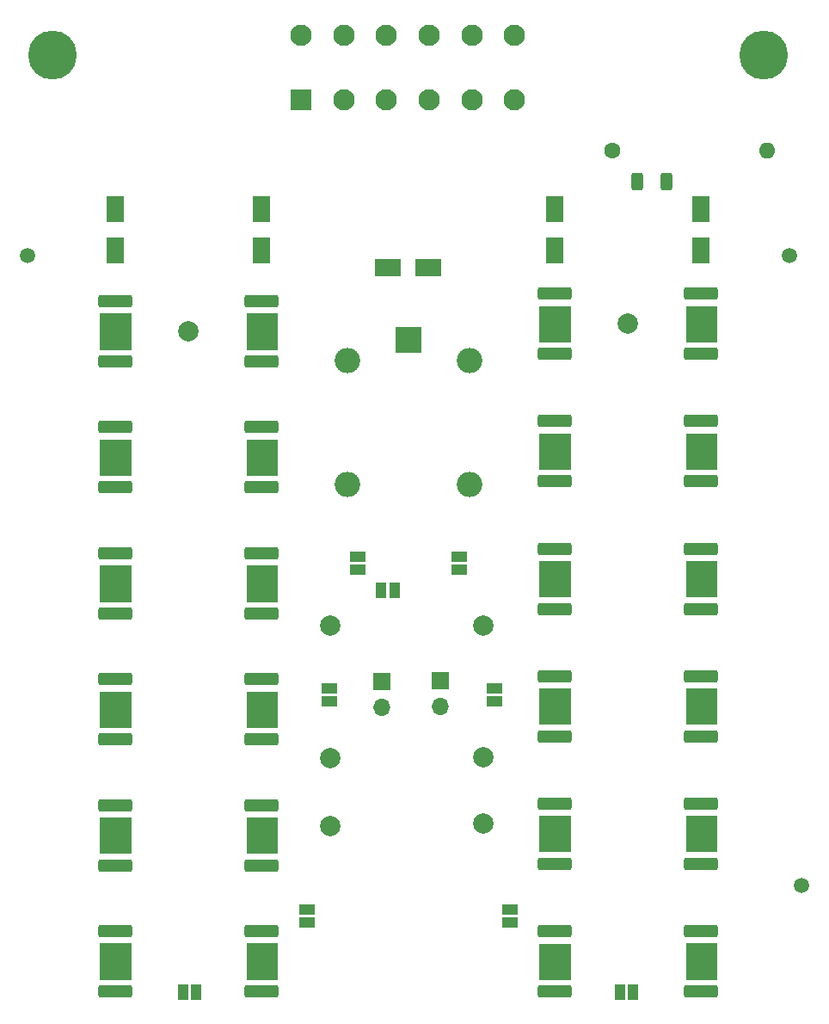
<source format=gbr>
%TF.GenerationSoftware,KiCad,Pcbnew,(6.0.0)*%
%TF.CreationDate,2022-06-28T12:49:40+09:30*%
%TF.ProjectId,Indicator V2,496e6469-6361-4746-9f72-2056322e6b69,E*%
%TF.SameCoordinates,Original*%
%TF.FileFunction,Soldermask,Top*%
%TF.FilePolarity,Negative*%
%FSLAX46Y46*%
G04 Gerber Fmt 4.6, Leading zero omitted, Abs format (unit mm)*
G04 Created by KiCad (PCBNEW (6.0.0)) date 2022-06-28 12:49:40*
%MOMM*%
%LPD*%
G01*
G04 APERTURE LIST*
G04 Aperture macros list*
%AMRoundRect*
0 Rectangle with rounded corners*
0 $1 Rounding radius*
0 $2 $3 $4 $5 $6 $7 $8 $9 X,Y pos of 4 corners*
0 Add a 4 corners polygon primitive as box body*
4,1,4,$2,$3,$4,$5,$6,$7,$8,$9,$2,$3,0*
0 Add four circle primitives for the rounded corners*
1,1,$1+$1,$2,$3*
1,1,$1+$1,$4,$5*
1,1,$1+$1,$6,$7*
1,1,$1+$1,$8,$9*
0 Add four rect primitives between the rounded corners*
20,1,$1+$1,$2,$3,$4,$5,0*
20,1,$1+$1,$4,$5,$6,$7,0*
20,1,$1+$1,$6,$7,$8,$9,0*
20,1,$1+$1,$8,$9,$2,$3,0*%
G04 Aperture macros list end*
%ADD10C,0.120000*%
%ADD11RoundRect,0.250000X1.425000X-0.362500X1.425000X0.362500X-1.425000X0.362500X-1.425000X-0.362500X0*%
%ADD12R,1.500000X1.000000*%
%ADD13R,1.800000X2.500000*%
%ADD14R,1.000000X1.500000*%
%ADD15C,2.000000*%
%ADD16C,1.500000*%
%ADD17R,1.700000X1.700000*%
%ADD18O,1.700000X1.700000*%
%ADD19RoundRect,0.250000X-0.312500X-0.625000X0.312500X-0.625000X0.312500X0.625000X-0.312500X0.625000X0*%
%ADD20C,1.600000*%
%ADD21O,1.600000X1.600000*%
%ADD22R,2.500000X1.800000*%
%ADD23R,2.100000X2.100000*%
%ADD24C,2.100000*%
%ADD25C,4.800000*%
%ADD26R,2.500000X2.500000*%
%ADD27O,2.500000X2.500000*%
G04 APERTURE END LIST*
D10*
%TO.C,R18*%
X126583332Y-111536198D02*
X129583332Y-111536198D01*
X129583332Y-111536198D02*
X129583332Y-108036198D01*
X129583332Y-108036198D02*
X126583332Y-108036198D01*
X126583332Y-108036198D02*
X126583332Y-111536198D01*
G36*
X126583332Y-111536198D02*
G01*
X129583332Y-111536198D01*
X129583332Y-108036198D01*
X126583332Y-108036198D01*
X126583332Y-111536198D01*
G37*
%TO.C,R15*%
X112166666Y-99143099D02*
X115166666Y-99143099D01*
X115166666Y-99143099D02*
X115166666Y-95643099D01*
X115166666Y-95643099D02*
X112166666Y-95643099D01*
X112166666Y-95643099D02*
X112166666Y-99143099D01*
G36*
X112166666Y-99143099D02*
G01*
X115166666Y-99143099D01*
X115166666Y-95643099D01*
X112166666Y-95643099D01*
X112166666Y-99143099D01*
G37*
%TO.C,R6*%
X169833330Y-111086198D02*
X172833330Y-111086198D01*
X172833330Y-111086198D02*
X172833330Y-107586198D01*
X172833330Y-107586198D02*
X169833330Y-107586198D01*
X169833330Y-107586198D02*
X169833330Y-111086198D01*
G36*
X169833330Y-111086198D02*
G01*
X172833330Y-111086198D01*
X172833330Y-107586198D01*
X169833330Y-107586198D01*
X169833330Y-111086198D01*
G37*
%TO.C,R20*%
X155416664Y-123629297D02*
X158416664Y-123629297D01*
X158416664Y-123629297D02*
X158416664Y-120129297D01*
X158416664Y-120129297D02*
X155416664Y-120129297D01*
X155416664Y-120129297D02*
X155416664Y-123629297D01*
G36*
X155416664Y-123629297D02*
G01*
X158416664Y-123629297D01*
X158416664Y-120129297D01*
X155416664Y-120129297D01*
X155416664Y-123629297D01*
G37*
%TO.C,R12*%
X112166666Y-86750000D02*
X115166666Y-86750000D01*
X115166666Y-86750000D02*
X115166666Y-83250000D01*
X115166666Y-83250000D02*
X112166666Y-83250000D01*
X112166666Y-83250000D02*
X112166666Y-86750000D01*
G36*
X112166666Y-86750000D02*
G01*
X115166666Y-86750000D01*
X115166666Y-83250000D01*
X112166666Y-83250000D01*
X112166666Y-86750000D01*
G37*
%TO.C,R24*%
X126583332Y-136322396D02*
X129583332Y-136322396D01*
X129583332Y-136322396D02*
X129583332Y-132822396D01*
X129583332Y-132822396D02*
X126583332Y-132822396D01*
X126583332Y-132822396D02*
X126583332Y-136322396D01*
G36*
X126583332Y-136322396D02*
G01*
X129583332Y-136322396D01*
X129583332Y-132822396D01*
X126583332Y-132822396D01*
X126583332Y-136322396D01*
G37*
%TO.C,R28*%
X112166666Y-148715498D02*
X115166666Y-148715498D01*
X115166666Y-148715498D02*
X115166666Y-145215498D01*
X115166666Y-145215498D02*
X112166666Y-145215498D01*
X112166666Y-145215498D02*
X112166666Y-148715498D01*
G36*
X112166666Y-148715498D02*
G01*
X115166666Y-148715498D01*
X115166666Y-145215498D01*
X112166666Y-145215498D01*
X112166666Y-148715498D01*
G37*
%TO.C,R8*%
X169833330Y-136172396D02*
X172833330Y-136172396D01*
X172833330Y-136172396D02*
X172833330Y-132672396D01*
X172833330Y-132672396D02*
X169833330Y-132672396D01*
X169833330Y-132672396D02*
X169833330Y-136172396D01*
G36*
X169833330Y-136172396D02*
G01*
X172833330Y-136172396D01*
X172833330Y-132672396D01*
X169833330Y-132672396D01*
X169833330Y-136172396D01*
G37*
%TO.C,R25*%
X112166666Y-136322396D02*
X115166666Y-136322396D01*
X115166666Y-136322396D02*
X115166666Y-132822396D01*
X115166666Y-132822396D02*
X112166666Y-132822396D01*
X112166666Y-132822396D02*
X112166666Y-136322396D01*
G36*
X112166666Y-136322396D02*
G01*
X115166666Y-136322396D01*
X115166666Y-132822396D01*
X112166666Y-132822396D01*
X112166666Y-136322396D01*
G37*
%TO.C,R13*%
X169833330Y-98543099D02*
X172833330Y-98543099D01*
X172833330Y-98543099D02*
X172833330Y-95043099D01*
X172833330Y-95043099D02*
X169833330Y-95043099D01*
X169833330Y-95043099D02*
X169833330Y-98543099D01*
G36*
X169833330Y-98543099D02*
G01*
X172833330Y-98543099D01*
X172833330Y-95043099D01*
X169833330Y-95043099D01*
X169833330Y-98543099D01*
G37*
%TO.C,R19*%
X112166666Y-111536198D02*
X115166666Y-111536198D01*
X115166666Y-111536198D02*
X115166666Y-108036198D01*
X115166666Y-108036198D02*
X112166666Y-108036198D01*
X112166666Y-108036198D02*
X112166666Y-111536198D01*
G36*
X112166666Y-111536198D02*
G01*
X115166666Y-111536198D01*
X115166666Y-108036198D01*
X112166666Y-108036198D01*
X112166666Y-111536198D01*
G37*
%TO.C,R14*%
X126583332Y-99143099D02*
X129583332Y-99143099D01*
X129583332Y-99143099D02*
X129583332Y-95643099D01*
X129583332Y-95643099D02*
X126583332Y-95643099D01*
X126583332Y-95643099D02*
X126583332Y-99143099D01*
G36*
X126583332Y-99143099D02*
G01*
X129583332Y-99143099D01*
X129583332Y-95643099D01*
X126583332Y-95643099D01*
X126583332Y-99143099D01*
G37*
%TO.C,R23*%
X155416664Y-136172396D02*
X158416664Y-136172396D01*
X158416664Y-136172396D02*
X158416664Y-132672396D01*
X158416664Y-132672396D02*
X155416664Y-132672396D01*
X155416664Y-132672396D02*
X155416664Y-136172396D01*
G36*
X155416664Y-136172396D02*
G01*
X158416664Y-136172396D01*
X158416664Y-132672396D01*
X155416664Y-132672396D01*
X155416664Y-136172396D01*
G37*
%TO.C,R11*%
X126583332Y-86750000D02*
X129583332Y-86750000D01*
X129583332Y-86750000D02*
X129583332Y-83250000D01*
X129583332Y-83250000D02*
X126583332Y-83250000D01*
X126583332Y-83250000D02*
X126583332Y-86750000D01*
G36*
X126583332Y-86750000D02*
G01*
X129583332Y-86750000D01*
X129583332Y-83250000D01*
X126583332Y-83250000D01*
X126583332Y-86750000D01*
G37*
%TO.C,R27*%
X126583332Y-148715498D02*
X129583332Y-148715498D01*
X129583332Y-148715498D02*
X129583332Y-145215498D01*
X129583332Y-145215498D02*
X126583332Y-145215498D01*
X126583332Y-145215498D02*
X126583332Y-148715498D01*
G36*
X126583332Y-148715498D02*
G01*
X129583332Y-148715498D01*
X129583332Y-145215498D01*
X126583332Y-145215498D01*
X126583332Y-148715498D01*
G37*
%TO.C,R1*%
X155416664Y-86000000D02*
X158416664Y-86000000D01*
X158416664Y-86000000D02*
X158416664Y-82500000D01*
X158416664Y-82500000D02*
X155416664Y-82500000D01*
X155416664Y-82500000D02*
X155416664Y-86000000D01*
G36*
X155416664Y-86000000D02*
G01*
X158416664Y-86000000D01*
X158416664Y-82500000D01*
X155416664Y-82500000D01*
X155416664Y-86000000D01*
G37*
%TO.C,R17*%
X155416664Y-111086198D02*
X158416664Y-111086198D01*
X158416664Y-111086198D02*
X158416664Y-107586198D01*
X158416664Y-107586198D02*
X155416664Y-107586198D01*
X155416664Y-107586198D02*
X155416664Y-111086198D01*
G36*
X155416664Y-111086198D02*
G01*
X158416664Y-111086198D01*
X158416664Y-107586198D01*
X155416664Y-107586198D01*
X155416664Y-111086198D01*
G37*
%TO.C,R7*%
X169833330Y-123629297D02*
X172833330Y-123629297D01*
X172833330Y-123629297D02*
X172833330Y-120129297D01*
X172833330Y-120129297D02*
X169833330Y-120129297D01*
X169833330Y-120129297D02*
X169833330Y-123629297D01*
G36*
X169833330Y-123629297D02*
G01*
X172833330Y-123629297D01*
X172833330Y-120129297D01*
X169833330Y-120129297D01*
X169833330Y-123629297D01*
G37*
%TO.C,R2*%
X155416664Y-98543099D02*
X158416664Y-98543099D01*
X158416664Y-98543099D02*
X158416664Y-95043099D01*
X158416664Y-95043099D02*
X155416664Y-95043099D01*
X155416664Y-95043099D02*
X155416664Y-98543099D01*
G36*
X155416664Y-98543099D02*
G01*
X158416664Y-98543099D01*
X158416664Y-95043099D01*
X155416664Y-95043099D01*
X155416664Y-98543099D01*
G37*
%TO.C,R10*%
X169833330Y-86000000D02*
X172833330Y-86000000D01*
X172833330Y-86000000D02*
X172833330Y-82500000D01*
X172833330Y-82500000D02*
X169833330Y-82500000D01*
X169833330Y-82500000D02*
X169833330Y-86000000D01*
G36*
X169833330Y-86000000D02*
G01*
X172833330Y-86000000D01*
X172833330Y-82500000D01*
X169833330Y-82500000D01*
X169833330Y-86000000D01*
G37*
%TO.C,R9*%
X169833330Y-148715498D02*
X172833330Y-148715498D01*
X172833330Y-148715498D02*
X172833330Y-145215498D01*
X172833330Y-145215498D02*
X169833330Y-145215498D01*
X169833330Y-145215498D02*
X169833330Y-148715498D01*
G36*
X169833330Y-148715498D02*
G01*
X172833330Y-148715498D01*
X172833330Y-145215498D01*
X169833330Y-145215498D01*
X169833330Y-148715498D01*
G37*
%TO.C,R26*%
X155400000Y-148750000D02*
X158400000Y-148750000D01*
X158400000Y-148750000D02*
X158400000Y-145250000D01*
X158400000Y-145250000D02*
X155400000Y-145250000D01*
X155400000Y-145250000D02*
X155400000Y-148750000D01*
G36*
X155400000Y-148750000D02*
G01*
X158400000Y-148750000D01*
X158400000Y-145250000D01*
X155400000Y-145250000D01*
X155400000Y-148750000D01*
G37*
%TO.C,R22*%
X112166666Y-123929297D02*
X115166666Y-123929297D01*
X115166666Y-123929297D02*
X115166666Y-120429297D01*
X115166666Y-120429297D02*
X112166666Y-120429297D01*
X112166666Y-120429297D02*
X112166666Y-123929297D01*
G36*
X112166666Y-123929297D02*
G01*
X115166666Y-123929297D01*
X115166666Y-120429297D01*
X112166666Y-120429297D01*
X112166666Y-123929297D01*
G37*
%TO.C,R21*%
X126583332Y-123929297D02*
X129583332Y-123929297D01*
X129583332Y-123929297D02*
X129583332Y-120429297D01*
X129583332Y-120429297D02*
X126583332Y-120429297D01*
X126583332Y-120429297D02*
X126583332Y-123929297D01*
G36*
X126583332Y-123929297D02*
G01*
X129583332Y-123929297D01*
X129583332Y-120429297D01*
X126583332Y-120429297D01*
X126583332Y-123929297D01*
G37*
%TD*%
D11*
%TO.C,R18*%
X128083332Y-112748698D03*
X128083332Y-106823698D03*
%TD*%
D12*
%TO.C,JP5*%
X147500000Y-107150000D03*
X147500000Y-108450000D03*
%TD*%
D11*
%TO.C,R15*%
X113666666Y-100355599D03*
X113666666Y-94430599D03*
%TD*%
D13*
%TO.C,D2*%
X156916664Y-77000000D03*
X156916664Y-73000000D03*
%TD*%
D14*
%TO.C,JP7*%
X120350000Y-150000000D03*
X121650000Y-150000000D03*
%TD*%
D11*
%TO.C,R6*%
X171333330Y-112298698D03*
X171333330Y-106373698D03*
%TD*%
D13*
%TO.C,D1*%
X171333330Y-77000000D03*
X171333330Y-73000000D03*
%TD*%
D12*
%TO.C,JP9*%
X134750000Y-121400000D03*
X134750000Y-120100000D03*
%TD*%
D11*
%TO.C,R20*%
X156916664Y-124841797D03*
X156916664Y-118916797D03*
%TD*%
%TO.C,R12*%
X113666666Y-87962500D03*
X113666666Y-82037500D03*
%TD*%
D15*
%TO.C,TP-L1*%
X134800000Y-126950000D03*
%TD*%
D16*
%TO.C,FID2*%
X181250000Y-139500000D03*
%TD*%
D11*
%TO.C,R24*%
X128083332Y-137534896D03*
X128083332Y-131609896D03*
%TD*%
D15*
%TO.C,TP-R1*%
X149900000Y-126900000D03*
%TD*%
D11*
%TO.C,R28*%
X113666666Y-149927998D03*
X113666666Y-144002998D03*
%TD*%
D17*
%TO.C,J3*%
X139906666Y-119425000D03*
D18*
X139906666Y-121965000D03*
%TD*%
D11*
%TO.C,R8*%
X171333330Y-137384896D03*
X171333330Y-131459896D03*
%TD*%
%TO.C,R25*%
X113666666Y-137534896D03*
X113666666Y-131609896D03*
%TD*%
D12*
%TO.C,JP8*%
X151000000Y-120100000D03*
X151000000Y-121400000D03*
%TD*%
D11*
%TO.C,R13*%
X171333330Y-99755599D03*
X171333330Y-93830599D03*
%TD*%
D13*
%TO.C,D4*%
X113666666Y-77000000D03*
X113666666Y-73000000D03*
%TD*%
D16*
%TO.C,FID3*%
X105000000Y-77500000D03*
%TD*%
D11*
%TO.C,R19*%
X113666666Y-112748698D03*
X113666666Y-106823698D03*
%TD*%
D17*
%TO.C,J2*%
X145693332Y-119400000D03*
D18*
X145693332Y-121940000D03*
%TD*%
D11*
%TO.C,R14*%
X128083332Y-100355599D03*
X128083332Y-94430599D03*
%TD*%
%TO.C,R23*%
X156916664Y-137384896D03*
X156916664Y-131459896D03*
%TD*%
%TO.C,R11*%
X128083332Y-87962500D03*
X128083332Y-82037500D03*
%TD*%
D19*
%TO.C,R4*%
X165037500Y-70250000D03*
X167962500Y-70250000D03*
%TD*%
D20*
%TO.C,R5*%
X162630000Y-67250000D03*
D21*
X177870000Y-67250000D03*
%TD*%
D15*
%TO.C,TP-L2*%
X134800000Y-113950000D03*
%TD*%
D22*
%TO.C,D5*%
X140500000Y-78750000D03*
X144500000Y-78750000D03*
%TD*%
D11*
%TO.C,R27*%
X128083332Y-149927998D03*
X128083332Y-144002998D03*
%TD*%
D15*
%TO.C,BP-R1*%
X164124997Y-84250000D03*
%TD*%
D11*
%TO.C,R1*%
X156916664Y-87212500D03*
X156916664Y-81287500D03*
%TD*%
D15*
%TO.C,TP-R2*%
X149900000Y-113925000D03*
%TD*%
D13*
%TO.C,D3*%
X128083332Y-77000000D03*
X128083332Y-73000000D03*
%TD*%
D11*
%TO.C,R17*%
X156916664Y-112298698D03*
X156916664Y-106373698D03*
%TD*%
D16*
%TO.C,FID1*%
X180000000Y-77500000D03*
%TD*%
D11*
%TO.C,R7*%
X171333330Y-124841797D03*
X171333330Y-118916797D03*
%TD*%
D15*
%TO.C,BP-L1*%
X120874999Y-85000000D03*
%TD*%
D12*
%TO.C,JP6*%
X152500000Y-141850000D03*
X152500000Y-143150000D03*
%TD*%
D15*
%TO.C,BP-L2*%
X134800000Y-133700000D03*
%TD*%
D11*
%TO.C,R2*%
X156916664Y-99755599D03*
X156916664Y-93830599D03*
%TD*%
D23*
%TO.C,J1*%
X131950000Y-62207107D03*
D24*
X136150000Y-62207107D03*
X140350000Y-62207107D03*
X144550000Y-62207107D03*
X148750000Y-62207107D03*
X152950000Y-62207107D03*
X152950000Y-55857107D03*
X148750000Y-55857107D03*
X144550000Y-55857107D03*
X140350000Y-55857107D03*
X136150000Y-55857107D03*
X131950000Y-55857107D03*
D25*
X107450000Y-57837107D03*
X177450000Y-57837107D03*
%TD*%
D26*
%TO.C,K1*%
X142500000Y-85872500D03*
D27*
X136500000Y-87872500D03*
X136500000Y-100072500D03*
X148500000Y-100072500D03*
X148500000Y-87872500D03*
%TD*%
D11*
%TO.C,R10*%
X171333330Y-87212500D03*
X171333330Y-81287500D03*
%TD*%
D12*
%TO.C,JP3*%
X137500000Y-107150000D03*
X137500000Y-108450000D03*
%TD*%
D11*
%TO.C,R9*%
X171333330Y-149927998D03*
X171333330Y-144002998D03*
%TD*%
D15*
%TO.C,BP-R2*%
X149900000Y-133400000D03*
%TD*%
D11*
%TO.C,R26*%
X156900000Y-149962500D03*
X156900000Y-144037500D03*
%TD*%
D14*
%TO.C,JP4*%
X139850000Y-110500000D03*
X141150000Y-110500000D03*
%TD*%
%TO.C,JP1*%
X163350000Y-150000000D03*
X164650000Y-150000000D03*
%TD*%
D11*
%TO.C,R22*%
X113666666Y-125141797D03*
X113666666Y-119216797D03*
%TD*%
%TO.C,R21*%
X128083332Y-125141797D03*
X128083332Y-119216797D03*
%TD*%
D12*
%TO.C,JP2*%
X132500000Y-141850000D03*
X132500000Y-143150000D03*
%TD*%
M02*

</source>
